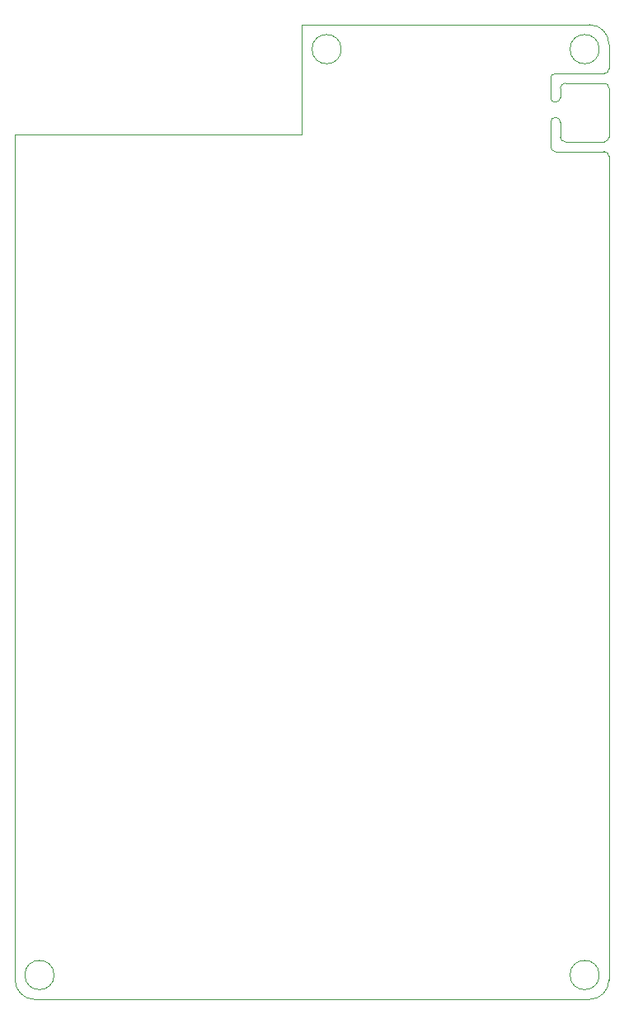
<source format=gbr>
G04 #@! TF.GenerationSoftware,KiCad,Pcbnew,(5.1.10)-1*
G04 #@! TF.CreationDate,2021-12-13T21:42:55+01:00*
G04 #@! TF.ProjectId,TestboardV2.3,54657374-626f-4617-9264-56322e332e6b,rev?*
G04 #@! TF.SameCoordinates,Original*
G04 #@! TF.FileFunction,Profile,NP*
%FSLAX46Y46*%
G04 Gerber Fmt 4.6, Leading zero omitted, Abs format (unit mm)*
G04 Created by KiCad (PCBNEW (5.1.10)-1) date 2021-12-13 21:42:55*
%MOMM*%
%LPD*%
G01*
G04 APERTURE LIST*
G04 #@! TA.AperFunction,Profile*
%ADD10C,0.050000*%
G04 #@! TD*
G04 APERTURE END LIST*
D10*
X157500000Y-80610000D02*
G75*
G02*
X157000000Y-81110000I-500000J0D01*
G01*
X157000000Y-82110000D02*
G75*
G02*
X157500000Y-82610000I0J-500000D01*
G01*
X157000000Y-75110000D02*
G75*
G02*
X157500000Y-75610000I0J-500000D01*
G01*
X157500000Y-73610000D02*
G75*
G02*
X157000000Y-74110000I-500000J0D01*
G01*
X157500000Y-73610000D02*
X157500000Y-71100000D01*
X157500000Y-80610000D02*
X157500000Y-75610000D01*
X153000000Y-81110000D02*
G75*
G02*
X152500000Y-80610000I0J500000D01*
G01*
X152000000Y-82110000D02*
G75*
G02*
X151500000Y-81610000I0J500000D01*
G01*
X151500000Y-79110000D02*
G75*
G02*
X152500000Y-79110000I500000J0D01*
G01*
X152500000Y-75610000D02*
G75*
G02*
X153000000Y-75110000I500000J0D01*
G01*
X151500000Y-74610000D02*
G75*
G02*
X152000000Y-74110000I500000J0D01*
G01*
X152500000Y-76560000D02*
G75*
G02*
X151500000Y-76560000I-500000J0D01*
G01*
X153000000Y-75110000D02*
X157000000Y-75110000D01*
X152500000Y-76560000D02*
X152500000Y-75610000D01*
X151500000Y-74610000D02*
X151500000Y-76560000D01*
X153000000Y-81110000D02*
X157000000Y-81110000D01*
X152500000Y-79110000D02*
X152500000Y-80610000D01*
X151500000Y-81610000D02*
X151500000Y-79110000D01*
X157000000Y-82110000D02*
X152000000Y-82110000D01*
X157000000Y-74110000D02*
X152000000Y-74110000D01*
X130000000Y-71610000D02*
G75*
G03*
X130000000Y-71610000I-1500000J0D01*
G01*
X156500000Y-71610000D02*
G75*
G03*
X156500000Y-71610000I-1500000J0D01*
G01*
X156500000Y-166610000D02*
G75*
G03*
X156500000Y-166610000I-1500000J0D01*
G01*
X100500000Y-166610000D02*
G75*
G03*
X100500000Y-166610000I-1500000J0D01*
G01*
X155500000Y-69100000D02*
G75*
G02*
X157500000Y-71100000I0J-2000000D01*
G01*
X98500000Y-169110000D02*
G75*
G02*
X96500000Y-167110000I0J2000000D01*
G01*
X157500000Y-167110000D02*
G75*
G02*
X155500000Y-169110000I-2000000J0D01*
G01*
X125900000Y-80390000D02*
X125900000Y-69100000D01*
X96500000Y-80390000D02*
X125900000Y-80390000D01*
X98500000Y-169110000D02*
X155500000Y-169110000D01*
X96500000Y-80390000D02*
X96500000Y-167110000D01*
X155500000Y-69100000D02*
X125900000Y-69100000D01*
X157500000Y-167110000D02*
X157500000Y-82610000D01*
M02*

</source>
